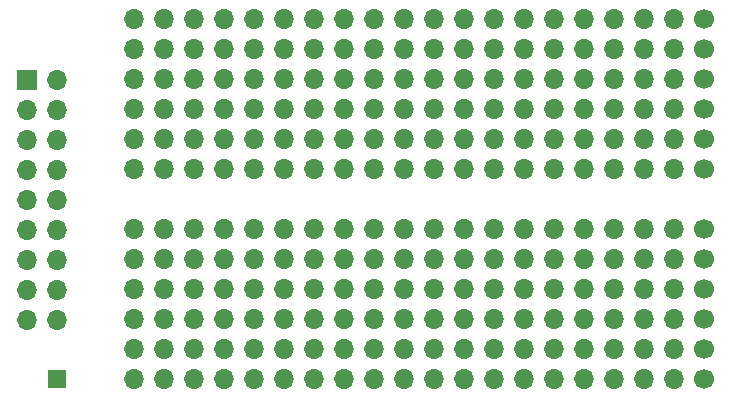
<source format=gts>
G04 #@! TF.GenerationSoftware,KiCad,Pcbnew,8.0.8*
G04 #@! TF.CreationDate,2025-02-19T13:58:02-05:00*
G04 #@! TF.ProjectId,plot_gerbers,706c6f74-5f67-4657-9262-6572732e6b69,rev?*
G04 #@! TF.SameCoordinates,Original*
G04 #@! TF.FileFunction,Soldermask,Top*
G04 #@! TF.FilePolarity,Negative*
%FSLAX46Y46*%
G04 Gerber Fmt 4.6, Leading zero omitted, Abs format (unit mm)*
G04 Created by KiCad (PCBNEW 8.0.8) date 2025-02-19 13:58:02*
%MOMM*%
%LPD*%
G01*
G04 APERTURE LIST*
%ADD10C,1.700000*%
%ADD11O,1.700000X1.700000*%
%ADD12R,1.700000X1.700000*%
%ADD13R,1.500000X1.500000*%
G04 APERTURE END LIST*
D10*
X177500000Y-83090000D03*
X177500000Y-85630000D03*
X177500000Y-88170000D03*
X177500000Y-90710000D03*
X177500000Y-93250000D03*
X177500000Y-95790000D03*
D11*
X174960000Y-83090000D03*
X174960000Y-85630000D03*
X174960000Y-88170000D03*
X174960000Y-90710000D03*
X174960000Y-93250000D03*
X174960000Y-95790000D03*
X172420000Y-83090000D03*
X172420000Y-85630000D03*
X172420000Y-88170000D03*
X172420000Y-90710000D03*
X172420000Y-93250000D03*
X172420000Y-95790000D03*
X169880000Y-83090000D03*
X169880000Y-85630000D03*
X169880000Y-88170000D03*
X169880000Y-90710000D03*
X169880000Y-93250000D03*
X169880000Y-95790000D03*
X167340000Y-83090000D03*
X167340000Y-85630000D03*
X167340000Y-88170000D03*
X167340000Y-90710000D03*
X167340000Y-93250000D03*
X167340000Y-95790000D03*
X164800000Y-83090000D03*
X164800000Y-85630000D03*
X164800000Y-88170000D03*
X164800000Y-90710000D03*
X164800000Y-93250000D03*
X164800000Y-95790000D03*
X162260000Y-83090000D03*
X162260000Y-85630000D03*
X162260000Y-88170000D03*
X162260000Y-90710000D03*
X162260000Y-93250000D03*
X162260000Y-95790000D03*
X159720000Y-83090000D03*
X159720000Y-85630000D03*
X159720000Y-88170000D03*
X159720000Y-90710000D03*
X159720000Y-93250000D03*
X159720000Y-95790000D03*
X157180000Y-83090000D03*
X157180000Y-85630000D03*
X157180000Y-88170000D03*
X157180000Y-90710000D03*
X157180000Y-93250000D03*
X157180000Y-95790000D03*
X154640000Y-83090000D03*
X154640000Y-85630000D03*
X154640000Y-88170000D03*
X154640000Y-90710000D03*
X154640000Y-93250000D03*
X154640000Y-95790000D03*
X152100000Y-83090000D03*
X152100000Y-85630000D03*
X152100000Y-88170000D03*
X152100000Y-90710000D03*
X152100000Y-93250000D03*
X152100000Y-95790000D03*
X149560000Y-83090000D03*
X149560000Y-85630000D03*
X149560000Y-88170000D03*
X149560000Y-90710000D03*
X149560000Y-93250000D03*
X149560000Y-95790000D03*
X147020000Y-83090000D03*
X147020000Y-85630000D03*
X147020000Y-88170000D03*
X147020000Y-90710000D03*
X147020000Y-93250000D03*
X147020000Y-95790000D03*
X144480000Y-83090000D03*
X144480000Y-85630000D03*
X144480000Y-88170000D03*
X144480000Y-90710000D03*
X144480000Y-93250000D03*
X144480000Y-95790000D03*
X141940000Y-83090000D03*
X141940000Y-85630000D03*
X141940000Y-88170000D03*
X141940000Y-90710000D03*
X141940000Y-93250000D03*
X141940000Y-95790000D03*
X139400000Y-83090000D03*
X139400000Y-85630000D03*
X139400000Y-88170000D03*
X139400000Y-90710000D03*
X139400000Y-93250000D03*
X139400000Y-95790000D03*
X136860000Y-83090000D03*
X136860000Y-85630000D03*
X136860000Y-88170000D03*
X136860000Y-90710000D03*
X136860000Y-93250000D03*
X136860000Y-95790000D03*
X134320000Y-83090000D03*
X134320000Y-85630000D03*
X134320000Y-88170000D03*
X134320000Y-90710000D03*
X134320000Y-93250000D03*
X134320000Y-95790000D03*
X131780000Y-83090000D03*
X131780000Y-85630000D03*
X131780000Y-88170000D03*
X131780000Y-90710000D03*
X131780000Y-93250000D03*
X131780000Y-95790000D03*
X129240000Y-83090000D03*
X129240000Y-85630000D03*
X129240000Y-88170000D03*
X129240000Y-90710000D03*
X129240000Y-93250000D03*
X129240000Y-95790000D03*
D10*
X177500000Y-100870000D03*
X177500000Y-103410000D03*
X177500000Y-105950000D03*
X177500000Y-108490000D03*
X177500000Y-111030000D03*
X177500000Y-113570000D03*
D11*
X174960000Y-100870000D03*
X174960000Y-103410000D03*
X174960000Y-105950000D03*
X174960000Y-108490000D03*
X174960000Y-111030000D03*
X174960000Y-113570000D03*
X172420000Y-100870000D03*
X172420000Y-103410000D03*
X172420000Y-105950000D03*
X172420000Y-108490000D03*
X172420000Y-111030000D03*
X172420000Y-113570000D03*
X169880000Y-100870000D03*
X169880000Y-103410000D03*
X169880000Y-105950000D03*
X169880000Y-108490000D03*
X169880000Y-111030000D03*
X169880000Y-113570000D03*
X167340000Y-100870000D03*
X167340000Y-103410000D03*
X167340000Y-105950000D03*
X167340000Y-108490000D03*
X167340000Y-111030000D03*
X167340000Y-113570000D03*
X164800000Y-100870000D03*
X164800000Y-103410000D03*
X164800000Y-105950000D03*
X164800000Y-108490000D03*
X164800000Y-111030000D03*
X164800000Y-113570000D03*
X162260000Y-100870000D03*
X162260000Y-103410000D03*
X162260000Y-105950000D03*
X162260000Y-108490000D03*
X162260000Y-111030000D03*
X162260000Y-113570000D03*
X159720000Y-100870000D03*
X159720000Y-103410000D03*
X159720000Y-105950000D03*
X159720000Y-108490000D03*
X159720000Y-111030000D03*
X159720000Y-113570000D03*
X157180000Y-100870000D03*
X157180000Y-103410000D03*
X157180000Y-105950000D03*
X157180000Y-108490000D03*
X157180000Y-111030000D03*
X157180000Y-113570000D03*
X154640000Y-100870000D03*
X154640000Y-103410000D03*
X154640000Y-105950000D03*
X154640000Y-108490000D03*
X154640000Y-111030000D03*
X154640000Y-113570000D03*
X152100000Y-100870000D03*
X152100000Y-103410000D03*
X152100000Y-105950000D03*
X152100000Y-108490000D03*
X152100000Y-111030000D03*
X152100000Y-113570000D03*
X149560000Y-100870000D03*
X149560000Y-103410000D03*
X149560000Y-105950000D03*
X149560000Y-108490000D03*
X149560000Y-111030000D03*
X149560000Y-113570000D03*
X147020000Y-100870000D03*
X147020000Y-103410000D03*
X147020000Y-105950000D03*
X147020000Y-108490000D03*
X147020000Y-111030000D03*
X147020000Y-113570000D03*
X144480000Y-100870000D03*
X144480000Y-103410000D03*
X144480000Y-105950000D03*
X144480000Y-108490000D03*
X144480000Y-111030000D03*
X144480000Y-113570000D03*
X141940000Y-100870000D03*
X141940000Y-103410000D03*
X141940000Y-105950000D03*
X141940000Y-108490000D03*
X141940000Y-111030000D03*
X141940000Y-113570000D03*
X139400000Y-100870000D03*
X139400000Y-103410000D03*
X139400000Y-105950000D03*
X139400000Y-108490000D03*
X139400000Y-111030000D03*
X139400000Y-113570000D03*
X136860000Y-100870000D03*
X136860000Y-103410000D03*
X136860000Y-105950000D03*
X136860000Y-108490000D03*
X136860000Y-111030000D03*
X136860000Y-113570000D03*
X134320000Y-100870000D03*
X134320000Y-103410000D03*
X134320000Y-105950000D03*
X134320000Y-108490000D03*
X134320000Y-111030000D03*
X134320000Y-113570000D03*
X131780000Y-100870000D03*
X131780000Y-103410000D03*
X131780000Y-105950000D03*
X131780000Y-108490000D03*
X131780000Y-111030000D03*
X131780000Y-113570000D03*
X129240000Y-100870000D03*
X129240000Y-103410000D03*
X129240000Y-105950000D03*
X129240000Y-108490000D03*
X129240000Y-111030000D03*
X129240000Y-113570000D03*
D12*
X120250000Y-88180000D03*
D11*
X122790000Y-88180000D03*
X120250000Y-90720000D03*
X122790000Y-90720000D03*
X120250000Y-93260000D03*
X122790000Y-93260000D03*
X120250000Y-95800000D03*
X122790000Y-95800000D03*
X120250000Y-98340000D03*
X122790000Y-98340000D03*
X120250000Y-100880000D03*
X122790000Y-100880000D03*
X120250000Y-103420000D03*
X122790000Y-103420000D03*
X120250000Y-105960000D03*
X122790000Y-105960000D03*
X120250000Y-108500000D03*
X122790000Y-108500000D03*
D13*
X122750000Y-113510000D03*
M02*

</source>
